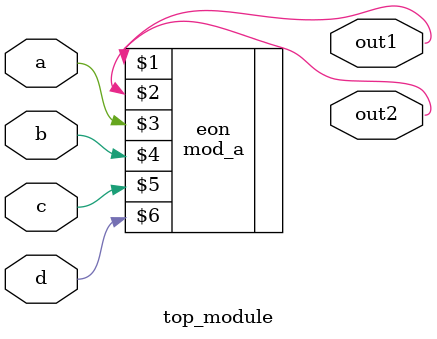
<source format=v>
module top_module ( 
    input a, 
    input b, 
    input c,
    input d,
    output out1,
    output out2
);
     mod_a eon ( out1,out2, a, b, c, d );
endmodule

</source>
